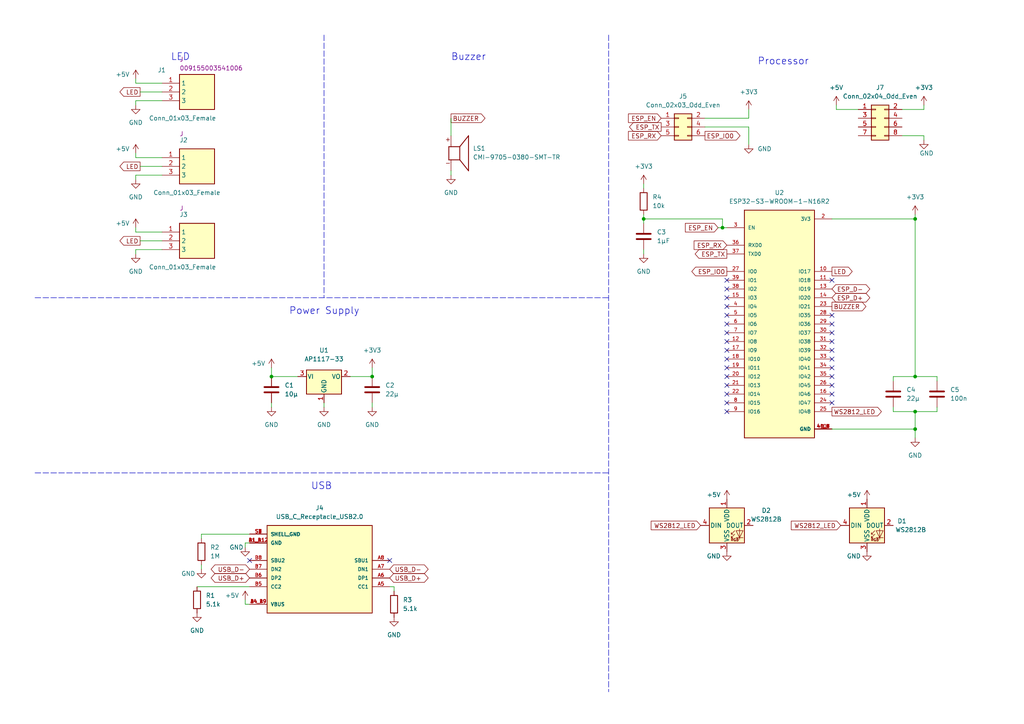
<source format=kicad_sch>
(kicad_sch (version 20211123) (generator eeschema)
  (paper "A4")
  (title_block (title "FabLight") (date "2023-03-22") (rev "1") (company "RLKM UG"))
  (lib_symbols
    (symbol "009155003541006_1"
      (property "Value" "009155003541006_1" (at 19.05 3.81 0))
      (property "Reference_1" "J" (at 10.16 7.62 0))
      (symbol "009155003541006_1_1_1"
        (rectangle (start 10.16 -7.62) (end 20.32 2.54) (stroke (width 0.254)) (fill (type background)))
        (pin passive line (at 5.08 0 0) (length 5.08) (name "1") (number "1"))
        (pin passive line (at 5.08 -2.54 0) (length 5.08) (name "2") (number "2"))
        (pin passive line (at 5.08 -5.08 0) (length 5.08) (name "3") (number "3"))
      )
    )
    (symbol "009155003541006_2"
      (property "Value" "009155003541006_2" (at 19.05 3.81 0))
      (property "Reference_1" "J" (at 10.16 7.62 0))
      (symbol "009155003541006_2_1_1"
        (rectangle (start 10.16 -7.62) (end 20.32 2.54) (stroke (width 0.254)) (fill (type background)))
        (pin passive line (at 5.08 0 0) (length 5.08) (name "1") (number "1"))
        (pin passive line (at 5.08 -2.54 0) (length 5.08) (name "2") (number "2"))
        (pin passive line (at 5.08 -5.08 0) (length 5.08) (name "3") (number "3"))
      )
    )
    (symbol "AMS1117:AP1117-33" (pin_names (offset 0.254))
      (property "Reference" "U" (at -3.81 3.175 0))
      (property "Value" "AP1117-33" (at 0 3.175 0))
      (symbol "AP1117-33_0_1"
        (rectangle (start -5.08 -5.08) (end 5.08 1.905) (stroke (width 0.254)) (fill (type background)))
      )
      (symbol "AP1117-33_1_1"
        (pin power_in line (at 0 -7.62 90) (length 2.54) (name "GND") (number "1"))
        (pin passive line (at 7.62 0 180) (length 2.54) (name "VO") (number "2"))
        (pin power_in line (at -7.62 0 0) (length 2.54) (name "VI") (number "3"))
      )
    )
    (symbol "CUI:CMI-9705-0380-SMT-TR" (pin_numbers hide) (pin_names (offset 1.016) hide)
      (property "Reference" "LS" (at -1.27 6.35 0))
      (property "Value" "CMI-9705-0380-SMT-TR" (at -1.27 -8.255 0))
      (symbol "CMI-9705-0380-SMT-TR_0_0"
        (polyline (pts (xy -3.175 -1.905) (xy -2.54 -1.905)) (stroke (width 0.254)))
        (polyline (pts (xy -3.175 1.905) (xy -3.175 -1.905)) (stroke (width 0.254)))
        (polyline (pts (xy -3.175 1.905) (xy -2.54 1.905)) (stroke (width 0.254)))
        (polyline (pts (xy -2.54 -2.54) (xy -2.54 -1.905)) (stroke (width 0.1524)))
        (polyline (pts (xy -2.54 -1.905) (xy 0 -1.905)) (stroke (width 0.254)))
        (polyline (pts (xy -2.54 1.905) (xy 0 1.905)) (stroke (width 0.254)))
        (polyline (pts (xy -2.54 2.54) (xy -2.54 1.905)) (stroke (width 0.1524)))
        (polyline (pts (xy 0 -1.905) (xy 0 1.905)) (stroke (width 0.254)))
        (polyline (pts (xy 0 -1.905) (xy 2.54 -5.08)) (stroke (width 0.254)))
        (polyline (pts (xy 0 1.905) (xy 2.54 5.08)) (stroke (width 0.254)))
        (polyline (pts (xy 2.54 -5.08) (xy 2.54 5.08)) (stroke (width 0.254)))
        (text "+" (at -4.318 3.302 0) (effects (font (size 1.27 1.27)) (justify left bottom)))
        (text "-" (at -4.318 -3.556 0) (effects (font (size 1.27 1.27)) (justify left bottom)))
        (pin passive line (at -2.54 -5.08 90) (length 2.54) (name "~") (number "N"))
        (pin passive line (at -2.54 5.08 270) (length 2.54) (name "~") (number "P"))
      )
    )
    (symbol "Connector_Generic:Conn_02x03_Odd_Even" (pin_names (offset 1.016) hide)
      (property "Reference" "J" (at 1.27 5.08 0))
      (property "Value" "Conn_02x03_Odd_Even" (at 1.27 -5.08 0))
      (symbol "Conn_02x03_Odd_Even_1_1"
        (rectangle (start -1.27 -2.413) (end 0 -2.667) (stroke (width 0.1524)))
        (rectangle (start -1.27 0.127) (end 0 -0.127) (stroke (width 0.1524)))
        (rectangle (start -1.27 2.667) (end 0 2.413) (stroke (width 0.1524)))
        (rectangle (start -1.27 3.81) (end 3.81 -3.81) (stroke (width 0.254)) (fill (type background)))
        (rectangle (start 3.81 -2.413) (end 2.54 -2.667) (stroke (width 0.1524)))
        (rectangle (start 3.81 0.127) (end 2.54 -0.127) (stroke (width 0.1524)))
        (rectangle (start 3.81 2.667) (end 2.54 2.413) (stroke (width 0.1524)))
        (pin passive line (at -5.08 2.54 0) (length 3.81) (name "Pin_1") (number "1"))
        (pin passive line (at 7.62 2.54 180) (length 3.81) (name "Pin_2") (number "2"))
        (pin passive line (at -5.08 0 0) (length 3.81) (name "Pin_3") (number "3"))
        (pin passive line (at 7.62 0 180) (length 3.81) (name "Pin_4") (number "4"))
        (pin passive line (at -5.08 -2.54 0) (length 3.81) (name "Pin_5") (number "5"))
        (pin passive line (at 7.62 -2.54 180) (length 3.81) (name "Pin_6") (number "6"))
      )
    )
    (symbol "Connector_Generic:Conn_02x04_Odd_Even" (pin_names (offset 1.016) hide)
      (property "Reference" "J" (at 1.27 5.08 0))
      (property "Value" "Conn_02x04_Odd_Even" (at 1.27 -7.62 0))
      (symbol "Conn_02x04_Odd_Even_1_1"
        (rectangle (start -1.27 -4.953) (end 0 -5.207) (stroke (width 0.1524)))
        (rectangle (start -1.27 -2.413) (end 0 -2.667) (stroke (width 0.1524)))
        (rectangle (start -1.27 0.127) (end 0 -0.127) (stroke (width 0.1524)))
        (rectangle (start -1.27 2.667) (end 0 2.413) (stroke (width 0.1524)))
        (rectangle (start -1.27 3.81) (end 3.81 -6.35) (stroke (width 0.254)) (fill (type background)))
        (rectangle (start 3.81 -4.953) (end 2.54 -5.207) (stroke (width 0.1524)))
        (rectangle (start 3.81 -2.413) (end 2.54 -2.667) (stroke (width 0.1524)))
        (rectangle (start 3.81 0.127) (end 2.54 -0.127) (stroke (width 0.1524)))
        (rectangle (start 3.81 2.667) (end 2.54 2.413) (stroke (width 0.1524)))
        (pin passive line (at -5.08 2.54 0) (length 3.81) (name "Pin_1") (number "1"))
        (pin passive line (at 7.62 2.54 180) (length 3.81) (name "Pin_2") (number "2"))
        (pin passive line (at -5.08 0 0) (length 3.81) (name "Pin_3") (number "3"))
        (pin passive line (at 7.62 0 180) (length 3.81) (name "Pin_4") (number "4"))
        (pin passive line (at -5.08 -2.54 0) (length 3.81) (name "Pin_5") (number "5"))
        (pin passive line (at 7.62 -2.54 180) (length 3.81) (name "Pin_6") (number "6"))
        (pin passive line (at -5.08 -5.08 0) (length 3.81) (name "Pin_7") (number "7"))
        (pin passive line (at 7.62 -5.08 180) (length 3.81) (name "Pin_8") (number "8"))
      )
    )
    (symbol "Device:C" (pin_numbers hide) (pin_names (offset 0.254))
      (property "Reference" "C" (at 0.635 2.54 0))
      (property "Value" "C" (at 0.635 -2.54 0))
      (symbol "C_0_1"
        (polyline (pts (xy -2.032 -0.762) (xy 2.032 -0.762)) (stroke (width 0.508)))
        (polyline (pts (xy -2.032 0.762) (xy 2.032 0.762)) (stroke (width 0.508)))
      )
      (symbol "C_1_1"
        (pin passive line (at 0 3.81 270) (length 2.794) (name "~") (number "1"))
        (pin passive line (at 0 -3.81 90) (length 2.794) (name "~") (number "2"))
      )
    )
    (symbol "Device:R" (pin_numbers hide) (pin_names (offset 0))
      (property "Reference" "R" (at 2.032 0 90))
      (property "Value" "R" (at 0 0 90))
      (symbol "R_0_1"
        (rectangle (start -1.016 -2.54) (end 1.016 2.54) (stroke (width 0.254)))
      )
      (symbol "R_1_1"
        (pin passive line (at 0 3.81 270) (length 1.27) (name "~") (number "1"))
        (pin passive line (at 0 -3.81 90) (length 1.27) (name "~") (number "2"))
      )
    )
    (symbol "ESP32-S3:ESP32-S3-WROOM-1-N16R2" (pin_names (offset 1.016))
      (property "Reference" "U" (at -10.16 34.1122 0))
      (property "Value" "ESP32-S3-WROOM-1-N16R2" (at -10.16 -35.56 0))
      (symbol "ESP32-S3-WROOM-1-N16R2_0_0"
        (rectangle (start -10.16 -33.02) (end 10.16 33.02) (stroke (width 0.254)) (fill (type background)))
        (pin power_in line (at 15.24 -30.48 180) (length 5.08) (name "GND") (number "1"))
        (pin bidirectional line (at 15.24 15.24 180) (length 5.08) (name "IO17") (number "10"))
        (pin bidirectional line (at 15.24 12.7 180) (length 5.08) (name "IO18") (number "11"))
        (pin bidirectional line (at -15.24 -5.08 0) (length 5.08) (name "IO8") (number "12"))
        (pin bidirectional line (at 15.24 10.16 180) (length 5.08) (name "IO19") (number "13"))
        (pin bidirectional line (at 15.24 7.62 180) (length 5.08) (name "IO20") (number "14"))
        (pin bidirectional line (at -15.24 7.62 0) (length 5.08) (name "IO3") (number "15"))
        (pin bidirectional line (at 15.24 -20.32 180) (length 5.08) (name "IO46") (number "16"))
        (pin bidirectional line (at -15.24 -7.62 0) (length 5.08) (name "IO9") (number "17"))
        (pin bidirectional line (at -15.24 -10.16 0) (length 5.08) (name "IO10") (number "18"))
        (pin bidirectional line (at -15.24 -12.7 0) (length 5.08) (name "IO11") (number "19"))
        (pin power_in line (at 15.24 30.48 180) (length 5.08) (name "3V3") (number "2"))
        (pin bidirectional line (at -15.24 -15.24 0) (length 5.08) (name "IO12") (number "20"))
        (pin bidirectional line (at -15.24 -17.78 0) (length 5.08) (name "IO13") (number "21"))
        (pin bidirectional line (at -15.24 -20.32 0) (length 5.08) (name "IO14") (number "22"))
        (pin bidirectional line (at 15.24 5.08 180) (length 5.08) (name "IO21") (number "23"))
        (pin bidirectional line (at 15.24 -22.86 180) (length 5.08) (name "IO47") (number "24"))
        (pin bidirectional line (at 15.24 -25.4 180) (length 5.08) (name "IO48") (number "25"))
        (pin bidirectional line (at 15.24 -17.78 180) (length 5.08) (name "IO45") (number "26"))
        (pin bidirectional line (at -15.24 15.24 0) (length 5.08) (name "IO0") (number "27"))
        (pin bidirectional line (at 15.24 2.54 180) (length 5.08) (name "IO35") (number "28"))
        (pin bidirectional line (at 15.24 0 180) (length 5.08) (name "IO36") (number "29"))
        (pin input line (at -15.24 27.94 0) (length 5.08) (name "EN") (number "3"))
        (pin bidirectional line (at 15.24 -2.54 180) (length 5.08) (name "IO37") (number "30"))
        (pin bidirectional line (at 15.24 -5.08 180) (length 5.08) (name "IO38") (number "31"))
        (pin bidirectional line (at 15.24 -7.62 180) (length 5.08) (name "IO39") (number "32"))
        (pin bidirectional line (at 15.24 -10.16 180) (length 5.08) (name "IO40") (number "33"))
        (pin bidirectional line (at 15.24 -12.7 180) (length 5.08) (name "IO41") (number "34"))
        (pin bidirectional line (at 15.24 -15.24 180) (length 5.08) (name "IO42") (number "35"))
        (pin bidirectional line (at -15.24 22.86 0) (length 5.08) (name "RXD0") (number "36"))
        (pin bidirectional line (at -15.24 20.32 0) (length 5.08) (name "TXD0") (number "37"))
        (pin bidirectional line (at -15.24 10.16 0) (length 5.08) (name "IO2") (number "38"))
        (pin bidirectional line (at -15.24 12.7 0) (length 5.08) (name "IO1") (number "39"))
        (pin bidirectional line (at -15.24 5.08 0) (length 5.08) (name "IO4") (number "4"))
        (pin power_in line (at 15.24 -30.48 180) (length 5.08) (name "GND") (number "40"))
        (pin power_in line (at 15.24 -30.48 180) (length 5.08) (name "GND") (number "41_1"))
        (pin power_in line (at 15.24 -30.48 180) (length 5.08) (name "GND") (number "41_2"))
        (pin power_in line (at 15.24 -30.48 180) (length 5.08) (name "GND") (number "41_3"))
        (pin power_in line (at 15.24 -30.48 180) (length 5.08) (name "GND") (number "41_4"))
        (pin power_in line (at 15.24 -30.48 180) (length 5.08) (name "GND") (number "41_5"))
        (pin power_in line (at 15.24 -30.48 180) (length 5.08) (name "GND") (number "41_6"))
        (pin power_in line (at 15.24 -30.48 180) (length 5.08) (name "GND") (number "41_7"))
        (pin power_in line (at 15.24 -30.48 180) (length 5.08) (name "GND") (number "41_8"))
        (pin power_in line (at 15.24 -30.48 180) (length 5.08) (name "GND") (number "41_9"))
        (pin bidirectional line (at -15.24 2.54 0) (length 5.08) (name "IO5") (number "5"))
        (pin bidirectional line (at -15.24 0 0) (length 5.08) (name "IO6") (number "6"))
        (pin bidirectional line (at -15.24 -2.54 0) (length 5.08) (name "IO7") (number "7"))
        (pin bidirectional line (at -15.24 -22.86 0) (length 5.08) (name "IO15") (number "8"))
        (pin bidirectional line (at -15.24 -25.4 0) (length 5.08) (name "IO16") (number "9"))
      )
    )
    (symbol "KYOCERA:009155003541006"
      (property "Value" "009155003541006" (at 19.05 3.81 0))
      (property "Reference_1" "J" (at 10.16 7.62 0))
      (symbol "009155003541006_1_1"
        (rectangle (start 10.16 -7.62) (end 20.32 2.54) (stroke (width 0.254)) (fill (type background)))
        (pin passive line (at 5.08 0 0) (length 5.08) (name "1") (number "1"))
        (pin passive line (at 5.08 -2.54 0) (length 5.08) (name "2") (number "2"))
        (pin passive line (at 5.08 -5.08 0) (length 5.08) (name "3") (number "3"))
      )
    )
    (symbol "LED:WS2812B" (pin_names (offset 0.254))
      (property "Reference" "D" (at 5.08 5.715 0))
      (property "Value" "WS2812B" (at 1.27 -5.715 0))
      (symbol "WS2812B_0_0"
        (text "RGB" (at 2.286 -4.191 0) (effects (font (size 0.762 0.762))))
      )
      (symbol "WS2812B_0_1"
        (polyline (pts (xy 1.27 -3.556) (xy 1.778 -3.556)))
        (polyline (pts (xy 1.27 -2.54) (xy 1.778 -2.54)))
        (polyline (pts (xy 4.699 -3.556) (xy 2.667 -3.556)))
        (polyline (pts (xy 2.286 -2.54) (xy 1.27 -3.556) (xy 1.27 -3.048)))
        (polyline (pts (xy 2.286 -1.524) (xy 1.27 -2.54) (xy 1.27 -2.032)))
        (polyline (pts (xy 3.683 -1.016) (xy 3.683 -3.556) (xy 3.683 -4.064)))
        (polyline (pts (xy 4.699 -1.524) (xy 2.667 -1.524) (xy 3.683 -3.556) (xy 4.699 -1.524)))
        (rectangle (start 5.08 5.08) (end -5.08 -5.08) (stroke (width 0.254)) (fill (type background)))
      )
      (symbol "WS2812B_1_1"
        (pin power_in line (at 0 7.62 270) (length 2.54) (name "VDD") (number "1"))
        (pin output line (at 7.62 0 180) (length 2.54) (name "DOUT") (number "2"))
        (pin power_in line (at 0 -7.62 90) (length 2.54) (name "VSS") (number "3"))
        (pin input line (at -7.62 0 0) (length 2.54) (name "DIN") (number "4"))
      )
    )
    (symbol "USB4105:USB4105-GF-A" (pin_names (offset 1.016))
      (property "Reference" "J" (at -15.24 13.97 0))
      (property "Value" "USB4105-GF-A" (at -15.24 -15.24 0))
      (symbol "USB4105-GF-A_0_0"
        (rectangle (start -15.24 -12.7) (end 15.24 12.7) (stroke (width 0.254)) (fill (type background)))
        (pin power_in line (at 20.32 -7.62 180) (length 5.08) (name "GND") (number "A1_B12"))
        (pin power_in line (at 20.32 10.16 180) (length 5.08) (name "VBUS") (number "A4_B9"))
        (pin bidirectional line (at -20.32 5.08 0) (length 5.08) (name "CC1") (number "A5"))
        (pin bidirectional line (at -20.32 2.54 0) (length 5.08) (name "DP1") (number "A6"))
        (pin bidirectional line (at -20.32 0 0) (length 5.08) (name "DN1") (number "A7"))
        (pin bidirectional line (at -20.32 -2.54 0) (length 5.08) (name "SBU1") (number "A8"))
        (pin power_in line (at 20.32 -7.62 180) (length 5.08) (name "GND") (number "B1_A12"))
        (pin power_in line (at 20.32 10.16 180) (length 5.08) (name "VBUS") (number "B4_A9"))
        (pin bidirectional line (at 20.32 5.08 180) (length 5.08) (name "CC2") (number "B5"))
        (pin bidirectional line (at 20.32 2.54 180) (length 5.08) (name "DP2") (number "B6"))
        (pin bidirectional line (at 20.32 0 180) (length 5.08) (name "DN2") (number "B7"))
        (pin bidirectional line (at 20.32 -2.54 180) (length 5.08) (name "SBU2") (number "B8"))
        (pin power_in line (at 20.32 -10.16 180) (length 5.08) (name "SHELL_GND") (number "S1"))
        (pin power_in line (at 20.32 -10.16 180) (length 5.08) (name "SHELL_GND") (number "S2"))
        (pin power_in line (at 20.32 -10.16 180) (length 5.08) (name "SHELL_GND") (number "S3"))
        (pin power_in line (at 20.32 -10.16 180) (length 5.08) (name "SHELL_GND") (number "S4"))
      )
    )
    (symbol "power:+3.3V" (power) (pin_names (offset 0))
      (property "Value" "+3.3V" (at 0 3.556 0))
      (symbol "+3.3V_0_1"
        (polyline (pts (xy -0.762 1.27) (xy 0 2.54)))
        (polyline (pts (xy 0 0) (xy 0 2.54)))
        (polyline (pts (xy 0 2.54) (xy 0.762 1.27)))
      )
      (symbol "+3.3V_1_1"
        (pin power_in line (at 0 0 90) (length 0) hide (name "+3V3") (number "1"))
      )
    )
    (symbol "power:+5V" (power) (pin_names (offset 0))
      (property "Value" "+5V" (at 0 3.556 0))
      (symbol "+5V_0_1"
        (polyline (pts (xy -0.762 1.27) (xy 0 2.54)))
        (polyline (pts (xy 0 0) (xy 0 2.54)))
        (polyline (pts (xy 0 2.54) (xy 0.762 1.27)))
      )
      (symbol "+5V_1_1"
        (pin power_in line (at 0 0 90) (length 0) hide (name "+5V") (number "1"))
      )
    )
    (symbol "power:GND" (power) (pin_names (offset 0))
      (property "Value" "GND" (at 0 -3.81 0))
      (symbol "GND_0_1"
        (polyline (pts (xy 0 0) (xy 0 -1.27) (xy 1.27 -1.27) (xy 0 -2.54) (xy -1.27 -1.27) (xy 0 -1.27)))
      )
      (symbol "GND_1_1"
        (pin power_in line (at 0 0 270) (length 0) hide (name "GND") (number "1"))
      )
    )
  )
  (junction (at 107.95 109.22))
  (junction (at 209.55 66.04))
  (junction (at 265.43 109.22))
  (junction (at 265.43 124.46))
  (junction (at 186.69 63.5))
  (junction (at 78.74 109.22))
  (junction (at 265.43 119.38))
  (junction (at 265.43 63.5))
  (no_connect (at 241.3 114.3))
  (no_connect (at 210.82 88.9))
  (no_connect (at 241.3 81.28))
  (no_connect (at 241.3 91.44))
  (no_connect (at 72.39 162.56))
  (no_connect (at 241.3 106.68))
  (no_connect (at 210.82 93.98))
  (no_connect (at 210.82 96.52))
  (no_connect (at 113.03 162.56))
  (no_connect (at 210.82 119.38))
  (no_connect (at 241.3 104.14))
  (no_connect (at 210.82 83.82))
  (no_connect (at 210.82 101.6))
  (no_connect (at 210.82 99.06))
  (no_connect (at 210.82 111.76))
  (no_connect (at 210.82 86.36))
  (no_connect (at 210.82 91.44))
  (no_connect (at 210.82 81.28))
  (no_connect (at 241.3 101.6))
  (no_connect (at 210.82 114.3))
  (no_connect (at 241.3 93.98))
  (no_connect (at 210.82 104.14))
  (no_connect (at 241.3 99.06))
  (no_connect (at 241.3 111.76))
  (no_connect (at 210.82 109.22))
  (no_connect (at 241.3 96.52))
  (no_connect (at 210.82 116.84))
  (no_connect (at 241.3 109.22))
  (no_connect (at 210.82 106.68))
  (no_connect (at 241.3 116.84))
  (wire (pts (xy 107.95 106.68) (xy 107.95 109.22)))
  (polyline (pts (xy 10.16 137.16) (xy 176.53 137.16)))
  (wire (pts (xy 57.15 170.18) (xy 72.39 170.18)))
  (wire (pts (xy 39.37 29.21) (xy 39.37 30.48)))
  (polyline (pts (xy 10.16 86.36) (xy 176.53 86.36)))
  (wire (pts (xy 241.3 124.46) (xy 265.43 124.46)))
  (wire (pts (xy 265.43 63.5) (xy 265.43 109.22)))
  (wire (pts (xy 93.98 116.84) (xy 93.98 118.11)))
  (wire (pts (xy 78.74 106.68) (xy 78.74 109.22)))
  (wire (pts (xy 186.69 72.39) (xy 186.69 73.66)))
  (wire (pts (xy 267.97 30.48) (xy 267.97 31.75)))
  (wire (pts (xy 259.08 118.11) (xy 259.08 119.38)))
  (wire (pts (xy 39.37 24.13) (xy 39.37 22.86)))
  (wire (pts (xy 58.42 163.83) (xy 58.42 165.1)))
  (wire (pts (xy 78.74 109.22) (xy 86.36 109.22)))
  (wire (pts (xy 39.37 45.72) (xy 39.37 44.45)))
  (wire (pts (xy 217.17 34.29) (xy 204.47 34.29)))
  (wire (pts (xy 39.37 67.31) (xy 39.37 66.04)))
  (wire (pts (xy 209.55 63.5) (xy 186.69 63.5)))
  (wire (pts (xy 186.69 53.34) (xy 186.69 54.61)))
  (wire (pts (xy 130.81 49.53) (xy 130.81 50.8)))
  (wire (pts (xy 259.08 109.22) (xy 259.08 110.49)))
  (wire (pts (xy 40.64 69.85) (xy 46.99 69.85)))
  (wire (pts (xy 265.43 62.23) (xy 265.43 63.5)))
  (wire (pts (xy 78.74 116.84) (xy 78.74 118.11)))
  (wire (pts (xy 209.55 66.04) (xy 209.55 63.5)))
  (wire (pts (xy 71.12 173.99) (xy 71.12 175.26)))
  (wire (pts (xy 242.57 30.48) (xy 242.57 31.75)))
  (wire (pts (xy 39.37 72.39) (xy 39.37 73.66)))
  (wire (pts (xy 265.43 119.38) (xy 271.78 119.38)))
  (wire (pts (xy 217.17 31.75) (xy 217.17 34.29)))
  (wire (pts (xy 271.78 110.49) (xy 271.78 109.22)))
  (wire (pts (xy 72.39 175.26) (xy 71.12 175.26)))
  (wire (pts (xy 217.17 36.83) (xy 204.47 36.83)))
  (polyline (pts (xy 176.53 10.16) (xy 176.53 200.66)))
  (wire (pts (xy 39.37 29.21) (xy 46.99 29.21)))
  (wire (pts (xy 261.62 39.37) (xy 267.97 39.37)))
  (wire (pts (xy 107.95 116.84) (xy 107.95 118.11)))
  (wire (pts (xy 271.78 119.38) (xy 271.78 118.11)))
  (wire (pts (xy 265.43 109.22) (xy 259.08 109.22)))
  (wire (pts (xy 113.03 170.18) (xy 114.3 170.18)))
  (wire (pts (xy 46.99 50.8) (xy 39.37 50.8)))
  (wire (pts (xy 259.08 119.38) (xy 265.43 119.38)))
  (wire (pts (xy 39.37 24.13) (xy 46.99 24.13)))
  (wire (pts (xy 46.99 72.39) (xy 39.37 72.39)))
  (wire (pts (xy 130.81 34.29) (xy 130.81 39.37)))
  (wire (pts (xy 101.6 109.22) (xy 107.95 109.22)))
  (wire (pts (xy 209.55 66.04) (xy 210.82 66.04)))
  (wire (pts (xy 71.12 157.48) (xy 71.12 158.75)))
  (wire (pts (xy 267.97 31.75) (xy 261.62 31.75)))
  (wire (pts (xy 72.39 157.48) (xy 71.12 157.48)))
  (wire (pts (xy 40.64 48.26) (xy 46.99 48.26)))
  (wire (pts (xy 267.97 39.37) (xy 267.97 40.64)))
  (wire (pts (xy 217.17 41.91) (xy 217.17 36.83)))
  (wire (pts (xy 114.3 170.18) (xy 114.3 171.45)))
  (wire (pts (xy 58.42 154.94) (xy 72.39 154.94)))
  (wire (pts (xy 242.57 31.75) (xy 248.92 31.75)))
  (wire (pts (xy 265.43 119.38) (xy 265.43 124.46)))
  (wire (pts (xy 46.99 67.31) (xy 39.37 67.31)))
  (wire (pts (xy 186.69 62.23) (xy 186.69 63.5)))
  (wire (pts (xy 40.64 26.67) (xy 46.99 26.67)))
  (wire (pts (xy 208.28 66.04) (xy 209.55 66.04)))
  (wire (pts (xy 265.43 124.46) (xy 265.43 127)))
  (wire (pts (xy 271.78 109.22) (xy 265.43 109.22)))
  (wire (pts (xy 58.42 154.94) (xy 58.42 156.21)))
  (wire (pts (xy 46.99 45.72) (xy 39.37 45.72)))
  (wire (pts (xy 241.3 63.5) (xy 265.43 63.5)))
  (wire (pts (xy 39.37 50.8) (xy 39.37 52.07)))
  (wire (pts (xy 186.69 63.5) (xy 186.69 64.77)))
  (polyline (pts (xy 93.98 10.16) (xy 93.98 86.36)))
  (text "LED" (at 49.53 17.78 0) (effects (font (size 2 2)) (justify left bottom)))
  (text "Buzzer" (at 130.81 17.78 0) (effects (font (size 2 2)) (justify left bottom)))
  (text "Power Supply" (at 83.82 91.44 0) (effects (font (size 2 2)) (justify left bottom)))
  (text "USB" (at 90.17 142.24 0) (effects (font (size 2 2)) (justify left bottom)))
  (text "Processor" (at 219.71 19.05 0) (effects (font (size 2 2)) (justify left bottom)))
  (global_label "ESP_D-" (shape bidirectional) (at 241.3 83.82 0) (property "Intersheet References" "${INTERSHEET_REFS}" (effects hide)))
  (global_label "ESP_IO0" (shape output) (at 210.82 78.74 180) (property "Intersheet References" "${INTERSHEET_REFS}" (effects hide)))
  (global_label "WS2812_LED" (shape input) (at 243.84 152.4 180) (property "Intersheet References" "${INTERSHEET_REFS}" (effects hide)))
  (global_label "LED" (shape output) (at 40.64 69.85 180) (property "Intersheet References" "${INTERSHEET_REFS}" (effects hide)))
  (global_label "BUZZER" (shape output) (at 130.81 34.29 0) (property "Intersheet References" "${INTERSHEET_REFS}" (effects hide)))
  (global_label "LED" (shape output) (at 40.64 26.67 180) (property "Intersheet References" "${INTERSHEET_REFS}" (effects hide)))
  (global_label "LED" (shape output) (at 40.64 48.26 180) (property "Intersheet References" "${INTERSHEET_REFS}" (effects hide)))
  (global_label "ESP_D+" (shape bidirectional) (at 241.3 86.36 0) (property "Intersheet References" "${INTERSHEET_REFS}" (effects hide)))
  (global_label "ESP_TX" (shape output) (at 210.82 73.66 180) (property "Intersheet References" "${INTERSHEET_REFS}" (effects hide)))
  (global_label "USB_D-" (shape bidirectional) (at 72.39 165.1 180) (property "Intersheet References" "${INTERSHEET_REFS}" (effects hide)))
  (global_label "WS2812_LED" (shape input) (at 203.2 152.4 180) (property "Intersheet References" "${INTERSHEET_REFS}" (effects hide)))
  (global_label "ESP_RX" (shape input) (at 210.82 71.12 180) (property "Intersheet References" "${INTERSHEET_REFS}" (effects hide)))
  (global_label "LED" (shape output) (at 241.3 78.74 0) (property "Intersheet References" "${INTERSHEET_REFS}" (effects hide)))
  (global_label "USB_D-" (shape bidirectional) (at 113.03 165.1 0) (property "Intersheet References" "${INTERSHEET_REFS}" (effects hide)))
  (global_label "ESP_EN" (shape input) (at 208.28 66.04 180) (property "Intersheet References" "${INTERSHEET_REFS}" (effects hide)))
  (global_label "ESP_IO0" (shape output) (at 204.47 39.37 0) (property "Intersheet References" "${INTERSHEET_REFS}" (effects hide)))
  (global_label "USB_D+" (shape bidirectional) (at 113.03 167.64 0) (property "Intersheet References" "${INTERSHEET_REFS}" (effects hide)))
  (global_label "ESP_RX" (shape input) (at 191.77 39.37 180) (property "Intersheet References" "${INTERSHEET_REFS}" (effects hide)))
  (global_label "USB_D+" (shape bidirectional) (at 72.39 167.64 180) (property "Intersheet References" "${INTERSHEET_REFS}" (effects hide)))
  (global_label "ESP_TX" (shape output) (at 191.77 36.83 180) (property "Intersheet References" "${INTERSHEET_REFS}" (effects hide)))
  (global_label "WS2812_LED" (shape output) (at 241.3 119.38 0) (property "Intersheet References" "${INTERSHEET_REFS}" (effects hide)))
  (global_label "BUZZER" (shape output) (at 241.3 88.9 0) (property "Intersheet References" "${INTERSHEET_REFS}" (effects hide)))
  (global_label "ESP_EN" (shape input) (at 191.77 34.29 180) (property "Intersheet References" "${INTERSHEET_REFS}" (effects hide)))
  (symbol (lib_id "power:GND") (at 71.12 158.75 0) (unit 1)
    (property "Reference" "#PWR0110" (effects hide))
    (property "Value" "GND" (at 68.58 158.75 0))
  )
  (symbol (lib_id "power:+5V") (at 210.82 144.78 0) (unit 1)
    (property "Reference" "#PWR0130" (effects hide))
    (property "Value" "+5V" (at 207.01 143.51 0))
  )
  (symbol (lib_id "power:GND") (at 130.81 50.8 0) (unit 1)
    (property "Reference" "#PWR0128" (effects hide))
    (property "Value" "GND" (at 130.81 55.88 0))
  )
  (symbol (lib_id "power:GND") (at 39.37 52.07 0) (unit 1)
    (property "Reference" "#PWR02" (effects hide))
    (property "Value" "GND" (at 39.37 57.15 0))
  )
  (symbol (lib_id "Device:R") (at 186.69 58.42 0) (unit 1)
    (property "Reference" "R4" (at 189.23 57.1499 0) (effects (justify left)))
    (property "Value" "10k" (at 189.23 59.6899 0) (effects (justify left)))
    (property "Footprint" "Resistor_SMD:R_0805_2012Metric_Pad1.20x1.40mm_HandSolder" (effects hide))
  )
  (symbol (lib_id "Device:C") (at 271.78 114.3 0) (unit 1)
    (property "Reference" "C5" (at 275.59 113.0299 0) (effects (justify left)))
    (property "Value" "100n" (at 275.59 115.5699 0) (effects (justify left)))
    (property "Footprint" "Capacitor_SMD:C_0805_2012Metric_Pad1.18x1.45mm_HandSolder" (effects hide))
  )
  (symbol (lib_id "power:+3.3V") (at 217.17 31.75 0) (unit 1)
    (property "Reference" "#PWR0102" (effects hide))
    (property "Value" "+3.3V" (at 217.17 26.67 0))
  )
  (symbol (lib_id "CUI:CMI-9705-0380-SMT-TR") (at 133.35 44.45 0) (unit 1)
    (property "Reference" "LS1" (at 137.16 43.0505 0) (effects (justify left)))
    (property "Value" "CMI-9705-0380-SMT-TR" (at 137.16 45.5905 0) (effects (justify left)))
    (property "Footprint" "CMI-9705-0380-SMT-TR:CUI_CMI-9705-0380-SMT-TR" (effects hide))
    (property "MAXIMUM_PACKAGE_HEIGHT" "5.2mm" (effects hide))
    (property "MANUFACTURER" "CUI Inc." (effects hide))
    (property "PARTREV" "1.0" (effects hide))
    (property "STANDARD" "Manufacturer Recommendations" (effects hide))
  )
  (symbol (lib_id "power:+5V") (at 71.12 173.99 0) (unit 1)
    (property "Reference" "#PWR0112" (effects hide))
    (property "Value" "+5V" (at 67.31 172.72 0))
  )
  (symbol (lib_id "power:GND") (at 39.37 73.66 0) (unit 1)
    (property "Reference" "#PWR0120" (effects hide))
    (property "Value" "GND" (at 39.37 78.74 0))
  )
  (symbol (lib_id "power:+3.3V") (at 265.43 62.23 0) (unit 1)
    (property "Reference" "#PWR0104" (effects hide))
    (property "Value" "+3.3V" (at 265.43 57.15 0))
  )
  (symbol (lib_id "Device:C") (at 186.69 68.58 0) (unit 1)
    (property "Reference" "C3" (at 190.5 67.3099 0) (effects (justify left)))
    (property "Value" "1µF" (at 190.5 69.8499 0) (effects (justify left)))
    (property "Footprint" "Capacitor_SMD:C_0805_2012Metric_Pad1.18x1.45mm_HandSolder" (effects hide))
  )
  (symbol (lib_id "Device:C") (at 259.08 114.3 0) (unit 1)
    (property "Reference" "C4" (at 262.89 113.0299 0) (effects (justify left)))
    (property "Value" "22µ" (at 262.89 115.5699 0) (effects (justify left)))
    (property "Footprint" "Capacitor_SMD:C_0805_2012Metric_Pad1.18x1.45mm_HandSolder" (effects hide))
  )
  (symbol (lib_id "Device:R") (at 57.15 173.99 0) (unit 1)
    (property "Reference" "R1" (at 59.69 172.7199 0) (effects (justify left)))
    (property "Value" "5.1k" (at 59.69 175.2599 0) (effects (justify left)))
    (property "Footprint" "Resistor_SMD:R_0805_2012Metric_Pad1.20x1.40mm_HandSolder" (effects hide))
  )
  (symbol (lib_id "power:+5V") (at 39.37 22.86 0) (unit 1)
    (property "Reference" "#PWR0123" (effects hide))
    (property "Value" "+5V" (at 35.56 21.59 0))
  )
  (symbol (lib_name "009155003541006_2") (lib_id "KYOCERA:009155003541006") (at 41.91 67.31 0) (unit 1)
    (property "Reference" "J3" (at 52.07 62.23 0) (effects (justify left)))
    (property "Value" "Conn_01x03_Female" (at 43.18 77.47 0) (effects (justify left)))
    (property "Footprint" "KYOCERA:009155003541006" (effects hide))
    (property "Reference_1" "J" (at 52.07 59.69 0) (effects (justify left top)))
    (property "Footprint_1" "009155003541006" (effects hide))
    (property "Height" "4" (effects hide))
    (property "Mouser Part Number" "581-009155003541006" (effects hide))
    (property "Mouser Price/Stock" "https://www.mouser.co.uk/ProductDetail/AVX/009155003541006?qs=aTQdX%252BfNGTp5QwJ6nid1rw%3D%3D" (effects hide))
    (property "Manufacturer_Name" "AVX" (effects hide))
    (property "Manufacturer_Part_Number" "009155003541006" (effects hide))
  )
  (symbol (lib_id "power:+5V") (at 242.57 30.48 0) (unit 1)
    (property "Reference" "#PWR0125" (effects hide))
    (property "Value" "+5V" (at 242.57 25.4 0))
  )
  (symbol (lib_id "power:GND") (at 186.69 73.66 0) (unit 1)
    (property "Reference" "#PWR0118" (effects hide))
    (property "Value" "GND" (at 186.69 78.74 0))
  )
  (symbol (lib_id "power:GND") (at 58.42 165.1 0) (unit 1)
    (property "Reference" "#PWR0114" (effects hide))
    (property "Value" "GND" (at 54.61 166.37 0))
  )
  (symbol (lib_id "power:+5V") (at 251.46 144.78 0) (unit 1)
    (property "Reference" "#PWR0108" (effects hide))
    (property "Value" "+5V" (at 247.65 143.51 0))
  )
  (symbol (lib_id "ESP32-S3:ESP32-S3-WROOM-1-N16R2") (at 226.06 93.98 0) (unit 1)
    (property "Reference" "U2" (at 226.06 55.88 0))
    (property "Value" "ESP32-S3-WROOM-1-N16R2" (at 226.06 58.42 0))
    (property "Footprint" "ESP32-S3:XCVR_ESP32-S3-WROOM-1-N16R2" (effects hide))
    (property "MAXIMUM_PACKAGE_HEIGHT" "3.25mm" (effects hide))
    (property "PARTREV" "v1.0" (effects hide))
    (property "MANUFACTURER" "Espressif" (effects hide))
    (property "STANDARD" "Manufacturer Recommendations" (effects hide))
  )
  (symbol (lib_id "power:GND") (at 39.37 30.48 0) (unit 1)
    (property "Reference" "#PWR0124" (effects hide))
    (property "Value" "GND" (at 39.37 35.56 0))
  )
  (symbol (lib_id "power:+3.3V") (at 107.95 106.68 0) (unit 1)
    (property "Reference" "#PWR0122" (effects hide))
    (property "Value" "+3.3V" (at 107.95 101.6 0))
  )
  (symbol (lib_id "Device:C") (at 107.95 113.03 0) (unit 1)
    (property "Reference" "C2" (at 111.76 111.7599 0) (effects (justify left)))
    (property "Value" "22µ" (at 111.76 114.2999 0) (effects (justify left)))
    (property "Footprint" "Capacitor_SMD:C_0805_2012Metric_Pad1.18x1.45mm_HandSolder" (effects hide))
  )
  (symbol (lib_id "LED:WS2812B") (at 251.46 152.4 0) (unit 1)
    (property "Reference" "D1" (at 261.62 151.13 0))
    (property "Value" "WS2812B" (at 264.16 153.67 0))
    (property "Footprint" "LED_SMD:LED_WS2812B_PLCC4_5.0x5.0mm_P3.2mm" (effects hide))
    (property "Datasheet" "https://cdn-shop.adafruit.com/datasheets/WS2812B.pdf" (effects hide))
  )
  (symbol (lib_id "power:GND") (at 57.15 177.8 0) (unit 1)
    (property "Reference" "#PWR0113" (effects hide))
    (property "Value" "GND" (at 57.15 182.88 0))
  )
  (symbol (lib_id "power:GND") (at 93.98 118.11 0) (unit 1)
    (property "Reference" "#PWR0115" (effects hide))
    (property "Value" "GND" (at 93.98 123.19 0))
  )
  (symbol (lib_id "power:+5V") (at 78.74 106.68 0) (unit 1)
    (property "Reference" "#PWR0119" (effects hide))
    (property "Value" "+5V" (at 74.93 105.41 0))
  )
  (symbol (lib_id "Device:R") (at 114.3 175.26 0) (unit 1)
    (property "Reference" "R3" (at 116.84 173.9899 0) (effects (justify left)))
    (property "Value" "5.1k" (at 116.84 176.5299 0) (effects (justify left)))
    (property "Footprint" "Resistor_SMD:R_0805_2012Metric_Pad1.20x1.40mm_HandSolder" (effects hide))
  )
  (symbol (lib_id "Connector_Generic:Conn_02x03_Odd_Even") (at 196.85 36.83 0) (unit 1)
    (property "Reference" "J5" (at 198.12 27.94 0))
    (property "Value" "Conn_02x03_Odd_Even" (at 198.12 30.48 0))
    (property "Footprint" "Connector:Tag-Connect_TC2030-IDC-NL_2x03_P1.27mm_Vertical" (effects hide))
  )
  (symbol (lib_id "power:+5V") (at 39.37 44.45 0) (unit 1)
    (property "Reference" "#PWR01" (effects hide))
    (property "Value" "+5V" (at 35.56 43.18 0))
  )
  (symbol (lib_id "power:GND") (at 251.46 160.02 0) (unit 1)
    (property "Reference" "#PWR0109" (effects hide))
    (property "Value" "GND" (at 247.65 161.29 0))
  )
  (symbol (lib_id "power:GND") (at 210.82 160.02 0) (unit 1)
    (property "Reference" "#PWR0129" (effects hide))
    (property "Value" "GND" (at 207.01 161.29 0))
  )
  (symbol (lib_id "power:+3.3V") (at 267.97 30.48 0) (unit 1)
    (property "Reference" "#PWR0126" (effects hide))
    (property "Value" "+3.3V" (at 267.97 25.4 0))
  )
  (symbol (lib_id "power:GND") (at 107.95 118.11 0) (unit 1)
    (property "Reference" "#PWR0121" (effects hide))
    (property "Value" "GND" (at 107.95 123.19 0))
  )
  (symbol (lib_id "LED:WS2812B") (at 210.82 152.4 0) (unit 1)
    (property "Reference" "D2" (at 222.25 148.0693 0))
    (property "Value" "WS2812B" (at 222.25 150.6093 0))
    (property "Footprint" "LED_SMD:LED_WS2812B_PLCC4_5.0x5.0mm_P3.2mm" (effects hide))
    (property "Datasheet" "https://cdn-shop.adafruit.com/datasheets/WS2812B.pdf" (effects hide))
  )
  (symbol (lib_id "USB4105:USB4105-GF-A") (at 92.71 165.1 180) (unit 1)
    (property "Reference" "J4" (at 92.71 147.32 0))
    (property "Value" "USB_C_Receptacle_USB2.0" (at 92.71 149.86 0))
    (property "Footprint" "USB:GCT_USB4105-GF-A" (effects hide))
    (property "Datasheet" "https://www.usb.org/sites/default/files/documents/usb_type-c.zip" (effects hide))
    (property "MAXIMUM_PACKAGE_HEIGHT" "3.31 mm" (effects hide))
    (property "PARTREV" "A3" (effects hide))
    (property "STANDARD" "Manufacturer Recommendations" (effects hide))
    (property "MANUFACTURER" "GCT" (effects hide))
  )
  (symbol (lib_id "KYOCERA:009155003541006") (at 41.91 24.13 0) (unit 1)
    (property "Reference" "J1" (at 45.72 20.32 0) (effects (justify left)))
    (property "Value" "Conn_01x03_Female" (at 43.18 34.29 0) (effects (justify left)))
    (property "Footprint" "KYOCERA:009155003541006" (effects hide))
    (property "Reference_1" "J" (at 52.07 16.51 0) (effects (justify left top)))
    (property "Value_1" "009155003541006" (at 52.07 19.05 0) (effects (justify left top)))
    (property "Footprint_1" "009155003541006" (effects hide))
    (property "Height" "4" (effects hide))
    (property "Mouser Part Number" "581-009155003541006" (effects hide))
    (property "Mouser Price/Stock" "https://www.mouser.co.uk/ProductDetail/AVX/009155003541006?qs=aTQdX%252BfNGTp5QwJ6nid1rw%3D%3D" (effects hide))
    (property "Manufacturer_Name" "AVX" (effects hide))
    (property "Manufacturer_Part_Number" "009155003541006" (effects hide))
  )
  (symbol (lib_id "power:GND") (at 217.17 41.91 0) (mirror y) (unit 1)
    (property "Reference" "#PWR0101" (effects hide))
    (property "Value" "GND" (at 219.71 43.1799 0) (effects (justify right)))
  )
  (symbol (lib_id "Device:C") (at 78.74 113.03 0) (unit 1)
    (property "Reference" "C1" (at 82.55 111.7599 0) (effects (justify left)))
    (property "Value" "10µ" (at 82.55 114.2999 0) (effects (justify left)))
    (property "Footprint" "Capacitor_SMD:C_0805_2012Metric_Pad1.18x1.45mm_HandSolder" (effects hide))
  )
  (symbol (lib_id "power:GND") (at 114.3 179.07 0) (unit 1)
    (property "Reference" "#PWR0111" (effects hide))
    (property "Value" "GND" (at 114.3 184.15 0))
  )
  (symbol (lib_id "power:+3.3V") (at 186.69 53.34 0) (unit 1)
    (property "Reference" "#PWR0117" (effects hide))
    (property "Value" "+3.3V" (at 186.69 48.26 0))
  )
  (symbol (lib_id "power:GND") (at 267.97 40.64 0) (mirror y) (unit 1)
    (property "Reference" "#PWR0103" (effects hide))
    (property "Value" "GND" (at 266.7 44.45 0) (effects (justify right)))
  )
  (symbol (lib_id "Connector_Generic:Conn_02x04_Odd_Even") (at 254 34.29 0) (unit 1)
    (property "Reference" "J7" (at 255.27 25.4 0))
    (property "Value" "Conn_02x04_Odd_Even" (at 255.27 27.94 0))
    (property "Footprint" "Connector_PinHeader_2.54mm:PinHeader_2x04_P2.54mm_Vertical_SMD" (effects hide))
  )
  (symbol (lib_id "power:GND") (at 78.74 118.11 0) (unit 1)
    (property "Reference" "#PWR0116" (effects hide))
    (property "Value" "GND" (at 78.74 123.19 0))
  )
  (symbol (lib_name "009155003541006_1") (lib_id "KYOCERA:009155003541006") (at 41.91 45.72 0) (unit 1)
    (property "Reference" "J2" (at 52.07 40.64 0) (effects (justify left)))
    (property "Value" "Conn_01x03_Female" (at 44.45 55.88 0) (effects (justify left)))
    (property "Footprint" "KYOCERA:009155003541006" (effects hide))
    (property "Reference_1" "J" (at 52.07 38.1 0) (effects (justify left top)))
    (property "Footprint_1" "009155003541006" (effects hide))
    (property "Height" "4" (effects hide))
    (property "Mouser Part Number" "581-009155003541006" (effects hide))
    (property "Mouser Price/Stock" "https://www.mouser.co.uk/ProductDetail/AVX/009155003541006?qs=aTQdX%252BfNGTp5QwJ6nid1rw%3D%3D" (effects hide))
    (property "Manufacturer_Name" "AVX" (effects hide))
    (property "Manufacturer_Part_Number" "009155003541006" (effects hide))
  )
  (symbol (lib_id "power:GND") (at 265.43 127 0) (unit 1)
    (property "Reference" "#PWR0107" (effects hide))
    (property "Value" "GND" (at 265.43 132.08 0))
  )
  (symbol (lib_id "Device:R") (at 58.42 160.02 0) (unit 1)
    (property "Reference" "R2" (at 60.96 158.7499 0) (effects (justify left)))
    (property "Value" "1M" (at 60.96 161.2899 0) (effects (justify left)))
    (property "Footprint" "Resistor_SMD:R_0805_2012Metric_Pad1.20x1.40mm_HandSolder" (effects hide))
  )
  (symbol (lib_id "AMS1117:AP1117-33") (at 93.98 109.22 0) (unit 1)
    (property "Reference" "U1" (at 93.98 101.6 0))
    (property "Value" "AP1117-33" (at 93.98 104.14 0))
    (property "Footprint" "AMS1117:SOT-223-3Lead_TabPin2" (effects hide))
  )
  (symbol (lib_id "power:+5V") (at 39.37 66.04 0) (unit 1)
    (property "Reference" "#PWR0127" (effects hide))
    (property "Value" "+5V" (at 35.56 64.77 0))
  )
)
</source>
